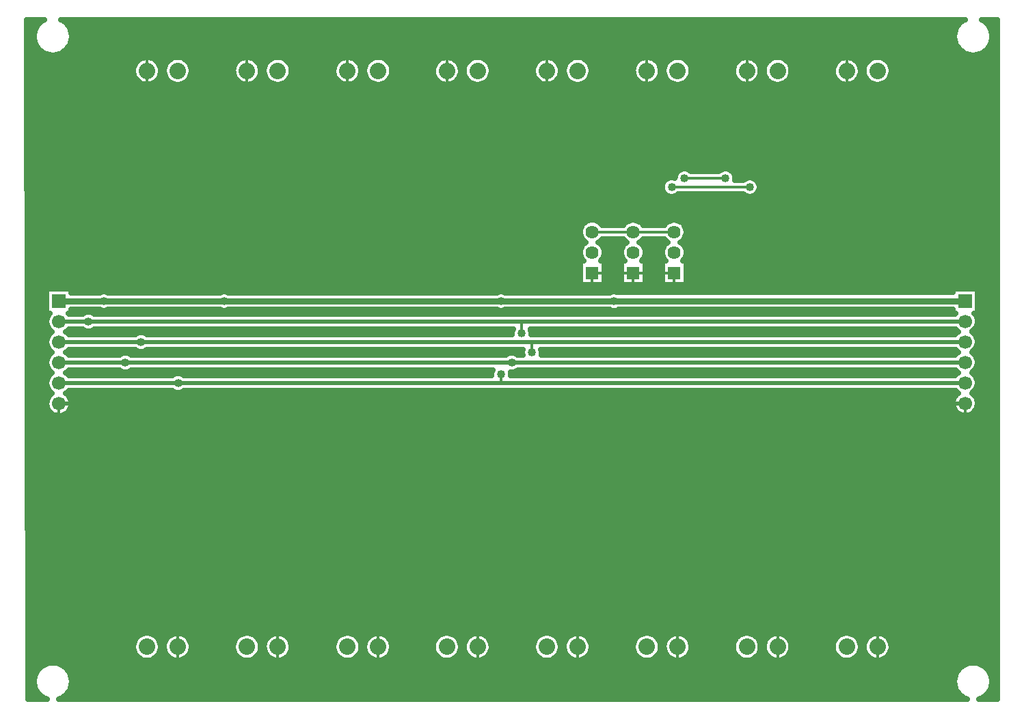
<source format=gbr>
G04 DipTrace 3.3.1.3*
G04 Bottom.gbr*
%MOIN*%
G04 #@! TF.FileFunction,Copper,L2,Bot*
G04 #@! TF.Part,Single*
G04 #@! TA.AperFunction,Conductor*
%ADD14C,0.02*%
G04 #@! TA.AperFunction,CopperBalancing*
%ADD15C,0.012992*%
G04 #@! TA.AperFunction,Conductor*
%ADD16C,0.03*%
G04 #@! TA.AperFunction,CopperBalancing*
%ADD17C,0.025*%
G04 #@! TA.AperFunction,ComponentPad*
%ADD19C,0.08*%
%ADD22R,0.06378X0.06378*%
%ADD23C,0.06378*%
%ADD25R,0.066929X0.066929*%
%ADD26C,0.066929*%
G04 #@! TA.AperFunction,ViaPad*
%ADD31C,0.04*%
%FSLAX26Y26*%
G04*
G70*
G90*
G75*
G01*
G04 Bottom*
%LPD*%
X581500Y1969000D2*
D14*
X1162749D1*
X2737749D1*
Y1970378D1*
X4999660D1*
X2737749Y2012749D2*
D15*
Y1970378D1*
X581500Y2369000D2*
D16*
X800249D1*
X1387554D1*
X2737749D1*
X3287751D1*
Y2370378D1*
X4999660D1*
X3181500Y2706500D2*
D15*
X3381500D1*
X3381520Y2706480D1*
X3581520D1*
X3569000Y2925249D2*
X3950249D1*
X3631500Y2969000D2*
X3831500D1*
X581500Y1869000D2*
D14*
X1087946D1*
X3287751D1*
Y1870378D1*
X4999660D1*
X3181500Y2506500D2*
D15*
X3381500D1*
X3381520Y2506480D1*
X3581520D1*
X581500Y2169000D2*
D14*
X981500D1*
X2887749D1*
Y2170378D1*
X4999660D1*
X2887749Y2119000D2*
D15*
Y2169000D1*
X581500Y2269000D2*
D14*
X725446D1*
X2837749D1*
Y2270378D1*
X4999660D1*
X2837749Y2212749D2*
D15*
Y2269000D1*
X581500Y2069000D2*
D14*
X904726D1*
X2789636D1*
Y2070378D1*
X4999660D1*
D31*
X1162749Y1969000D3*
X2737749Y2012749D3*
X3287751Y2369000D3*
X2737749D3*
X800249D3*
X1387554D3*
X3569000Y2925249D3*
X3950249D3*
X3631500Y2969000D3*
X3831500D3*
X3287751Y1869000D3*
D3*
X1087946D3*
X981500Y2169000D3*
X2887749Y2119000D3*
X725446Y2269000D3*
X2837749Y2212749D3*
X904726Y2069000D3*
X2789636D3*
X427804Y3719131D2*
D17*
X477887D1*
X625060D2*
X4966101D1*
X5113239D2*
X5153991D1*
X427877Y3694262D2*
X463605D1*
X639341D2*
X4951783D1*
X5127556D2*
X5153991D1*
X427912Y3669394D2*
X457936D1*
X645012D2*
X4946114D1*
X5133226D2*
X5153991D1*
X427948Y3644525D2*
X459227D1*
X643719D2*
X4947441D1*
X5131899D2*
X5153991D1*
X428020Y3619656D2*
X467875D1*
X635108D2*
X4956054D1*
X5123286D2*
X5153991D1*
X428055Y3594787D2*
X486786D1*
X616197D2*
X4974965D1*
X5104375D2*
X5153991D1*
X428092Y3569919D2*
X5153991D1*
X428163Y3545050D2*
X966630D1*
X1054665D2*
X1116625D1*
X1204661D2*
X1454115D1*
X1542152D2*
X1604112D1*
X1692148D2*
X1943684D1*
X2031791D2*
X2093680D1*
X2181787D2*
X2429089D1*
X2517161D2*
X2579085D1*
X2667193D2*
X2916576D1*
X3004684D2*
X3066572D1*
X3154680D2*
X3404098D1*
X3492171D2*
X3554094D1*
X3642167D2*
X3891585D1*
X3979693D2*
X4041581D1*
X4129689D2*
X4379072D1*
X4467180D2*
X4529104D1*
X4617176D2*
X5153991D1*
X428199Y3520181D2*
X947395D1*
X1073864D2*
X1097391D1*
X1223860D2*
X1434917D1*
X1561350D2*
X1584913D1*
X1711382D2*
X1924486D1*
X2050990D2*
X2074482D1*
X2200986D2*
X2409891D1*
X2536360D2*
X2559887D1*
X2686391D2*
X2897378D1*
X3023882D2*
X3047374D1*
X3173878D2*
X3384900D1*
X3511369D2*
X3534896D1*
X3661365D2*
X3872387D1*
X3998891D2*
X4022383D1*
X4148887D2*
X4359874D1*
X4486378D2*
X4509906D1*
X4636374D2*
X5153991D1*
X428235Y3495312D2*
X941690D1*
X1079605D2*
X1091686D1*
X1229601D2*
X1429176D1*
X1567092D2*
X1579203D1*
X1717088D2*
X1918781D1*
X2056696D2*
X2068776D1*
X2206692D2*
X2404186D1*
X2542101D2*
X2554181D1*
X2692097D2*
X2891672D1*
X3029588D2*
X3041668D1*
X3179583D2*
X3379196D1*
X3517073D2*
X3529190D1*
X3667106D2*
X3866681D1*
X4004597D2*
X4016677D1*
X4154593D2*
X4354168D1*
X4492083D2*
X4504164D1*
X4642079D2*
X5153991D1*
X428270Y3470444D2*
X945636D1*
X1075657D2*
X1095633D1*
X1225654D2*
X1433123D1*
X1563144D2*
X1583119D1*
X1713140D2*
X1922727D1*
X2052748D2*
X2072723D1*
X2202744D2*
X2408133D1*
X2538118D2*
X2558129D1*
X2688150D2*
X2895619D1*
X3025640D2*
X3045615D1*
X3175636D2*
X3383142D1*
X3513127D2*
X3533138D1*
X3663123D2*
X3870629D1*
X4000650D2*
X4020625D1*
X4150646D2*
X4358115D1*
X4488136D2*
X4508147D1*
X4638133D2*
X5153991D1*
X428343Y3445575D2*
X961642D1*
X1059617D2*
X1111638D1*
X1209613D2*
X1449129D1*
X1547140D2*
X1599160D1*
X1697135D2*
X1938768D1*
X2036707D2*
X2088764D1*
X2186703D2*
X2424173D1*
X2522113D2*
X2574169D1*
X2672109D2*
X2911660D1*
X3009600D2*
X3061656D1*
X3159596D2*
X3399182D1*
X3497087D2*
X3549178D1*
X3647118D2*
X3886669D1*
X3984609D2*
X4036665D1*
X4134605D2*
X4374156D1*
X4472096D2*
X4524152D1*
X4622092D2*
X5153991D1*
X428379Y3420706D2*
X5153991D1*
X428415Y3395837D2*
X5153991D1*
X428487Y3370969D2*
X5153991D1*
X428522Y3346100D2*
X5153991D1*
X428558Y3321231D2*
X5153991D1*
X428594Y3296362D2*
X5153991D1*
X428665Y3271493D2*
X5153991D1*
X428702Y3246625D2*
X5153991D1*
X428738Y3221756D2*
X5153991D1*
X428810Y3196887D2*
X5153991D1*
X428845Y3172018D2*
X5153991D1*
X428881Y3147150D2*
X5153991D1*
X428953Y3122281D2*
X5153991D1*
X428988Y3097412D2*
X5153991D1*
X429025Y3072543D2*
X5153991D1*
X429060Y3047675D2*
X5153991D1*
X429133Y3022806D2*
X5153991D1*
X429168Y2997937D2*
X3592598D1*
X3870390D2*
X5153991D1*
X429203Y2973068D2*
X3582694D1*
X3880329D2*
X5153991D1*
X429276Y2948199D2*
X3526070D1*
X3993185D2*
X5153991D1*
X429311Y2923331D2*
X3520041D1*
X3999214D2*
X5153991D1*
X429348Y2898462D2*
X3528509D1*
X3990745D2*
X5153991D1*
X429383Y2873593D2*
X5153991D1*
X429455Y2848724D2*
X5153991D1*
X429491Y2823856D2*
X5153991D1*
X429528Y2798987D2*
X5153991D1*
X429598Y2774118D2*
X5153991D1*
X429635Y2749249D2*
X3139238D1*
X3223757D2*
X3339291D1*
X3423776D2*
X3539274D1*
X3623757D2*
X5153991D1*
X429671Y2724381D2*
X3123412D1*
X3639583D2*
X5153991D1*
X429743Y2699512D2*
X3121045D1*
X3641987D2*
X5153991D1*
X429778Y2674643D2*
X3130087D1*
X3632944D2*
X5153991D1*
X429814Y2649774D2*
X3139811D1*
X3223182D2*
X3339866D1*
X3423201D2*
X3539849D1*
X3623184D2*
X5153991D1*
X429850Y2624906D2*
X3123592D1*
X3239403D2*
X3323610D1*
X3439421D2*
X3523629D1*
X3639403D2*
X5153991D1*
X429921Y2600037D2*
X3120972D1*
X3242022D2*
X3320991D1*
X3442041D2*
X3521009D1*
X3642059D2*
X5153991D1*
X429958Y2575168D2*
X3129728D1*
X3233266D2*
X3329747D1*
X3433285D2*
X3529730D1*
X3633303D2*
X5153991D1*
X429993Y2550299D2*
X3120613D1*
X3242381D2*
X3320633D1*
X3442399D2*
X3520651D1*
X3642417D2*
X5153991D1*
X430066Y2525430D2*
X3120613D1*
X3242381D2*
X3320633D1*
X3442399D2*
X3520651D1*
X3642417D2*
X5153991D1*
X430101Y2500562D2*
X3120613D1*
X3242381D2*
X3320633D1*
X3442399D2*
X3520651D1*
X3642417D2*
X5153991D1*
X430136Y2475693D2*
X3120613D1*
X3242381D2*
X3320633D1*
X3442399D2*
X3520651D1*
X3642417D2*
X5153991D1*
X430209Y2450824D2*
X3120613D1*
X3242381D2*
X3320633D1*
X3442399D2*
X3520651D1*
X3642417D2*
X5153991D1*
X430244Y2425955D2*
X519046D1*
X643971D2*
X4937214D1*
X5062104D2*
X5153991D1*
X430281Y2401087D2*
X519046D1*
X5062104D2*
X5153991D1*
X430316Y2376218D2*
X519046D1*
X5062104D2*
X5153991D1*
X430388Y2351349D2*
X519046D1*
X5062104D2*
X5153991D1*
X430424Y2326480D2*
X519046D1*
X643971D2*
X778955D1*
X821562D2*
X1366236D1*
X1408843D2*
X2716450D1*
X2759056D2*
X3266446D1*
X3309054D2*
X4937214D1*
X5062104D2*
X5153991D1*
X430459Y2301612D2*
X528698D1*
X5053348D2*
X5153991D1*
X430531Y2276743D2*
X519549D1*
X5061781D2*
X5153991D1*
X430567Y2251874D2*
X521558D1*
X5059197D2*
X5153991D1*
X430604Y2227005D2*
X536198D1*
X626782D2*
X702988D1*
X747891D2*
X2790982D1*
X2884508D2*
X4955766D1*
X5043551D2*
X5153991D1*
X430639Y2202136D2*
X529022D1*
X5053025D2*
X5153991D1*
X430711Y2177268D2*
X519619D1*
X5061709D2*
X5153991D1*
X430747Y2152399D2*
X521378D1*
X5059340D2*
X5153991D1*
X430783Y2127530D2*
X535696D1*
X627285D2*
X957982D1*
X1005001D2*
X2839533D1*
X2935966D2*
X4955228D1*
X5044089D2*
X5153991D1*
X430854Y2102661D2*
X529381D1*
X5052667D2*
X5153991D1*
X430891Y2077793D2*
X519692D1*
X5061673D2*
X5153991D1*
X430927Y2052924D2*
X521235D1*
X5059520D2*
X5153991D1*
X430999Y2028055D2*
X535194D1*
X627787D2*
X880184D1*
X929251D2*
X2691331D1*
X2814175D2*
X4954690D1*
X5044629D2*
X5153991D1*
X431034Y2003186D2*
X529739D1*
X5052343D2*
X5153991D1*
X431070Y1978318D2*
X519764D1*
X5061601D2*
X5153991D1*
X431106Y1953449D2*
X521092D1*
X5059664D2*
X5153991D1*
X431177Y1928580D2*
X534727D1*
X628290D2*
X1137294D1*
X1188226D2*
X4954188D1*
X5045130D2*
X5153991D1*
X431214Y1903711D2*
X530098D1*
X632883D2*
X4947333D1*
X5051984D2*
X5153991D1*
X431249Y1878843D2*
X519871D1*
X643146D2*
X4937789D1*
X5061529D2*
X5153991D1*
X431322Y1853974D2*
X520948D1*
X642033D2*
X4939475D1*
X5059843D2*
X5153991D1*
X431357Y1829105D2*
X534261D1*
X628756D2*
X4953685D1*
X5045633D2*
X5153991D1*
X431392Y1804236D2*
X5153991D1*
X431429Y1779367D2*
X5153991D1*
X431500Y1754499D2*
X5153991D1*
X431537Y1729630D2*
X5153991D1*
X431572Y1704761D2*
X5153991D1*
X431644Y1679892D2*
X5153991D1*
X431680Y1655024D2*
X5153991D1*
X431715Y1630155D2*
X5153991D1*
X431787Y1605286D2*
X5153991D1*
X431824Y1580417D2*
X5153991D1*
X431860Y1555549D2*
X5153991D1*
X431895Y1530680D2*
X5153991D1*
X431967Y1505811D2*
X5153991D1*
X432003Y1480942D2*
X5153991D1*
X432039Y1456073D2*
X5153991D1*
X432110Y1431205D2*
X5153991D1*
X432147Y1406336D2*
X5153991D1*
X432182Y1381467D2*
X5153991D1*
X432218Y1356598D2*
X5153991D1*
X432290Y1331730D2*
X5153991D1*
X432325Y1306861D2*
X5153991D1*
X432362Y1281992D2*
X5153991D1*
X432433Y1257123D2*
X5153991D1*
X432470Y1232255D2*
X5153991D1*
X432505Y1207386D2*
X5153991D1*
X432577Y1182517D2*
X5153991D1*
X432613Y1157648D2*
X5153991D1*
X432648Y1132780D2*
X5153991D1*
X432685Y1107911D2*
X5153991D1*
X432756Y1083042D2*
X5153991D1*
X432793Y1058173D2*
X5153991D1*
X432828Y1033304D2*
X5153991D1*
X432900Y1008436D2*
X5153991D1*
X432936Y983567D2*
X5153991D1*
X432972Y958698D2*
X5153991D1*
X433043Y933829D2*
X5153991D1*
X433080Y908961D2*
X5153991D1*
X433115Y884092D2*
X5153991D1*
X433151Y859223D2*
X5153991D1*
X433223Y834354D2*
X5153991D1*
X433259Y809486D2*
X5153991D1*
X433295Y784617D2*
X5153991D1*
X433366Y759748D2*
X5153991D1*
X433403Y734879D2*
X968495D1*
X1052727D2*
X1118491D1*
X1202723D2*
X1456018D1*
X1540251D2*
X1606013D1*
X1690245D2*
X1945622D1*
X2029854D2*
X2095618D1*
X2179850D2*
X2431028D1*
X2515260D2*
X2581024D1*
X2665256D2*
X2918478D1*
X3002745D2*
X3068509D1*
X3152741D2*
X3406000D1*
X3490269D2*
X3555996D1*
X3640265D2*
X3893487D1*
X3977719D2*
X4043483D1*
X4127751D2*
X4381009D1*
X4465241D2*
X4531005D1*
X4615238D2*
X5153991D1*
X433438Y710010D2*
X948041D1*
X1073181D2*
X1098037D1*
X1223177D2*
X1435564D1*
X1560705D2*
X1585560D1*
X1710699D2*
X1925168D1*
X2050308D2*
X2075164D1*
X2200304D2*
X2410573D1*
X2535677D2*
X2560570D1*
X2685709D2*
X2898060D1*
X3023164D2*
X3048055D1*
X3173160D2*
X3385583D1*
X3510686D2*
X3535579D1*
X3660682D2*
X3873070D1*
X3998173D2*
X4023064D1*
X4148169D2*
X4360592D1*
X4485696D2*
X4510588D1*
X4635692D2*
X5153991D1*
X433474Y685142D2*
X941726D1*
X1079497D2*
X1091722D1*
X1229493D2*
X1429248D1*
X1567020D2*
X1579270D1*
X1717016D2*
X1918852D1*
X2056623D2*
X2068848D1*
X2206619D2*
X2404257D1*
X2542029D2*
X2554253D1*
X2692025D2*
X2891709D1*
X3029516D2*
X3041740D1*
X3179512D2*
X3379231D1*
X3517038D2*
X3529227D1*
X3667034D2*
X3866718D1*
X4004490D2*
X4016714D1*
X4154521D2*
X4354240D1*
X4492012D2*
X4504236D1*
X4642008D2*
X5153991D1*
X433546Y660273D2*
X945098D1*
X1076125D2*
X1095094D1*
X1226119D2*
X1432621D1*
X1563647D2*
X1582617D1*
X1713643D2*
X1922226D1*
X2053251D2*
X2072220D1*
X2203247D2*
X2407631D1*
X2538656D2*
X2557626D1*
X2688652D2*
X2895081D1*
X3026143D2*
X3045077D1*
X3176138D2*
X3382604D1*
X3513665D2*
X3532600D1*
X3663661D2*
X3870091D1*
X4001115D2*
X4020087D1*
X4151148D2*
X4357613D1*
X4488638D2*
X4507609D1*
X4638671D2*
X5153991D1*
X433581Y635404D2*
X960171D1*
X1061052D2*
X1110167D1*
X1211049D2*
X1447693D1*
X1548575D2*
X1597689D1*
X1698571D2*
X1937297D1*
X2038178D2*
X2087293D1*
X2188175D2*
X2422702D1*
X2523584D2*
X2572698D1*
X2673580D2*
X2910189D1*
X3011071D2*
X3060185D1*
X3161067D2*
X3397711D1*
X3498558D2*
X3547707D1*
X3648589D2*
X3885161D1*
X3986045D2*
X4035157D1*
X4136041D2*
X4372685D1*
X4473567D2*
X4522680D1*
X4623563D2*
X5153991D1*
X433618Y610535D2*
X5153991D1*
X433689Y585667D2*
X494789D1*
X608194D2*
X4982967D1*
X5096373D2*
X5153991D1*
X433726Y560798D2*
X471678D1*
X631303D2*
X4959857D1*
X5119483D2*
X5153991D1*
X433761Y535929D2*
X460770D1*
X642177D2*
X4948949D1*
X5130391D2*
X5153991D1*
X433833Y511060D2*
X457612D1*
X645335D2*
X4945791D1*
X5133549D2*
X5153991D1*
X433869Y486192D2*
X461381D1*
X641602D2*
X4949559D1*
X5129781D2*
X5153991D1*
X433904Y461323D2*
X473007D1*
X629940D2*
X4961220D1*
X5118119D2*
X5153991D1*
X433941Y436454D2*
X497731D1*
X605217D2*
X4985945D1*
X5093395D2*
X5153991D1*
X1564601Y3491277D2*
X1563992Y3483957D1*
X1562580Y3476748D1*
X1560382Y3469740D1*
X1557424Y3463017D1*
X1553743Y3456660D1*
X1549382Y3450749D1*
X1544396Y3445354D1*
X1538846Y3440543D1*
X1532799Y3436374D1*
X1526329Y3432896D1*
X1519516Y3430154D1*
X1512441Y3428180D1*
X1505190Y3426997D1*
X1497856Y3426622D1*
X1490522Y3427059D1*
X1483283Y3428302D1*
X1476224Y3430335D1*
X1469434Y3433135D1*
X1462993Y3436667D1*
X1456982Y3440887D1*
X1451472Y3445744D1*
X1446531Y3451181D1*
X1442222Y3457129D1*
X1438593Y3463514D1*
X1435692Y3470262D1*
X1433552Y3477290D1*
X1432201Y3484509D1*
X1431654Y3491835D1*
X1431919Y3499176D1*
X1432991Y3506442D1*
X1434858Y3513546D1*
X1437499Y3520400D1*
X1440878Y3526923D1*
X1444957Y3533031D1*
X1449684Y3538654D1*
X1455003Y3543719D1*
X1460848Y3548168D1*
X1467147Y3551945D1*
X1473825Y3555004D1*
X1480801Y3557307D1*
X1487987Y3558828D1*
X1495297Y3559546D1*
X1502642Y3559453D1*
X1509932Y3558551D1*
X1517077Y3556850D1*
X1523992Y3554373D1*
X1530591Y3551147D1*
X1536794Y3547213D1*
X1542525Y3542618D1*
X1547714Y3537420D1*
X1552299Y3531681D1*
X1556222Y3525471D1*
X1559437Y3518866D1*
X1561903Y3511948D1*
X1563592Y3504799D1*
X1564480Y3497508D1*
X1564601Y3491277D1*
X1714421Y3487898D2*
X1712789Y3477592D1*
X1709564Y3467669D1*
X1704828Y3458373D1*
X1698694Y3449930D1*
X1691318Y3442554D1*
X1682875Y3436420D1*
X1673579Y3431684D1*
X1663656Y3428459D1*
X1653350Y3426827D1*
X1642917D1*
X1632612Y3428459D1*
X1622689Y3431684D1*
X1613392Y3436420D1*
X1604950Y3442554D1*
X1597573Y3449930D1*
X1591440Y3458373D1*
X1586703Y3467669D1*
X1583479Y3477592D1*
X1581846Y3487898D1*
Y3498331D1*
X1583479Y3508636D1*
X1586703Y3518559D1*
X1591440Y3527856D1*
X1597573Y3536298D1*
X1604950Y3543675D1*
X1613392Y3549808D1*
X1622689Y3554545D1*
X1632612Y3557769D1*
X1642917Y3559402D1*
X1653350D1*
X1663656Y3557769D1*
X1673579Y3554545D1*
X1682875Y3549808D1*
X1691318Y3543675D1*
X1698694Y3536298D1*
X1704828Y3527856D1*
X1709564Y3518559D1*
X1712789Y3508636D1*
X1714421Y3498331D1*
Y3487898D1*
X2054207Y3491297D2*
X2053598Y3483976D1*
X2052186Y3476768D1*
X2049988Y3469760D1*
X2047030Y3463037D1*
X2043349Y3456680D1*
X2038988Y3450769D1*
X2034003Y3445374D1*
X2028453Y3440563D1*
X2022406Y3436394D1*
X2015936Y3432916D1*
X2009122Y3430173D1*
X2002047Y3428199D1*
X1994797Y3427017D1*
X1987462Y3426642D1*
X1980129Y3427079D1*
X1972890Y3428322D1*
X1965831Y3430354D1*
X1959041Y3433155D1*
X1952600Y3436686D1*
X1946588Y3440907D1*
X1941079Y3445764D1*
X1936138Y3451201D1*
X1931828Y3457148D1*
X1928199Y3463534D1*
X1925298Y3470282D1*
X1923159Y3477310D1*
X1921807Y3484529D1*
X1921260Y3491854D1*
X1921525Y3499196D1*
X1922597Y3506462D1*
X1924465Y3513566D1*
X1927105Y3520420D1*
X1930484Y3526942D1*
X1934563Y3533051D1*
X1939290Y3538673D1*
X1944609Y3543739D1*
X1950454Y3548188D1*
X1956753Y3551965D1*
X1963432Y3555024D1*
X1970407Y3557327D1*
X1977593Y3558848D1*
X1984903Y3559566D1*
X1992248Y3559472D1*
X1999538Y3558571D1*
X2006684Y3556870D1*
X2013598Y3554392D1*
X2020197Y3551167D1*
X2026400Y3547232D1*
X2032131Y3542638D1*
X2037320Y3537440D1*
X2041906Y3531701D1*
X2045828Y3525491D1*
X2049043Y3518886D1*
X2051509Y3511967D1*
X2053198Y3504819D1*
X2054087Y3497528D1*
X2054207Y3491297D1*
X2204028Y3487917D2*
X2202395Y3477612D1*
X2199171Y3467689D1*
X2194434Y3458392D1*
X2188301Y3449950D1*
X2180924Y3442573D1*
X2172482Y3436440D1*
X2163185Y3431703D1*
X2153262Y3428479D1*
X2142957Y3426846D1*
X2132524D1*
X2122218Y3428479D1*
X2112295Y3431703D1*
X2102999Y3436440D1*
X2094556Y3442573D1*
X2087180Y3449950D1*
X2081046Y3458392D1*
X2076310Y3467689D1*
X2073085Y3477612D1*
X2071453Y3487917D1*
Y3498350D1*
X2073085Y3508656D1*
X2076310Y3518579D1*
X2081046Y3527875D1*
X2087180Y3536318D1*
X2094556Y3543694D1*
X2102999Y3549828D1*
X2112295Y3554564D1*
X2122218Y3557789D1*
X2132524Y3559421D1*
X2142957D1*
X2153262Y3557789D1*
X2163185Y3554564D1*
X2172482Y3549828D1*
X2180924Y3543694D1*
X2188301Y3536318D1*
X2194434Y3527875D1*
X2199171Y3518579D1*
X2202395Y3508656D1*
X2204028Y3498350D1*
Y3487917D1*
X2539601Y3491297D2*
X2538992Y3483976D1*
X2537580Y3476768D1*
X2535382Y3469760D1*
X2532424Y3463037D1*
X2528743Y3456680D1*
X2524382Y3450769D1*
X2519396Y3445374D1*
X2513846Y3440563D1*
X2507799Y3436394D1*
X2501329Y3432916D1*
X2494516Y3430173D1*
X2487441Y3428199D1*
X2480190Y3427017D1*
X2472856Y3426642D1*
X2465522Y3427079D1*
X2458283Y3428322D1*
X2451224Y3430354D1*
X2444434Y3433155D1*
X2437993Y3436686D1*
X2431982Y3440907D1*
X2426472Y3445764D1*
X2421531Y3451201D1*
X2417222Y3457148D1*
X2413593Y3463534D1*
X2410692Y3470282D1*
X2408552Y3477310D1*
X2407201Y3484529D1*
X2406654Y3491854D1*
X2406919Y3499196D1*
X2407991Y3506462D1*
X2409858Y3513566D1*
X2412499Y3520420D1*
X2415878Y3526942D1*
X2419957Y3533051D1*
X2424684Y3538673D1*
X2430003Y3543739D1*
X2435848Y3548188D1*
X2442147Y3551965D1*
X2448825Y3555024D1*
X2455801Y3557327D1*
X2462987Y3558848D1*
X2470297Y3559566D1*
X2477642Y3559472D1*
X2484932Y3558571D1*
X2492077Y3556870D1*
X2498992Y3554392D1*
X2505591Y3551167D1*
X2511794Y3547232D1*
X2517525Y3542638D1*
X2522714Y3537440D1*
X2527299Y3531701D1*
X2531222Y3525491D1*
X2534437Y3518886D1*
X2536903Y3511967D1*
X2538592Y3504819D1*
X2539480Y3497528D1*
X2539601Y3491297D1*
X2689421Y3487917D2*
X2687789Y3477612D1*
X2684564Y3467689D1*
X2679828Y3458392D1*
X2673694Y3449950D1*
X2666318Y3442573D1*
X2657875Y3436440D1*
X2648579Y3431703D1*
X2638656Y3428479D1*
X2628350Y3426846D1*
X2617917D1*
X2607612Y3428479D1*
X2597689Y3431703D1*
X2588392Y3436440D1*
X2579950Y3442573D1*
X2572573Y3449950D1*
X2566440Y3458392D1*
X2561703Y3467689D1*
X2558479Y3477612D1*
X2556846Y3487917D1*
Y3498350D1*
X2558479Y3508656D1*
X2561703Y3518579D1*
X2566440Y3527875D1*
X2572573Y3536318D1*
X2579950Y3543694D1*
X2588392Y3549828D1*
X2597689Y3554564D1*
X2607612Y3557789D1*
X2617917Y3559421D1*
X2628350D1*
X2638656Y3557789D1*
X2648579Y3554564D1*
X2657875Y3549828D1*
X2666318Y3543694D1*
X2673694Y3536318D1*
X2679828Y3527875D1*
X2684564Y3518579D1*
X2687789Y3508656D1*
X2689421Y3498350D1*
Y3487917D1*
X3027101Y3491297D2*
X3026492Y3483976D1*
X3025080Y3476768D1*
X3022882Y3469760D1*
X3019924Y3463037D1*
X3016243Y3456680D1*
X3011882Y3450769D1*
X3006896Y3445374D1*
X3001346Y3440563D1*
X2995299Y3436394D1*
X2988829Y3432916D1*
X2982016Y3430173D1*
X2974941Y3428199D1*
X2967690Y3427017D1*
X2960356Y3426642D1*
X2953022Y3427079D1*
X2945783Y3428322D1*
X2938724Y3430354D1*
X2931934Y3433155D1*
X2925493Y3436686D1*
X2919482Y3440907D1*
X2913972Y3445764D1*
X2909031Y3451201D1*
X2904722Y3457148D1*
X2901093Y3463534D1*
X2898192Y3470282D1*
X2896052Y3477310D1*
X2894701Y3484529D1*
X2894154Y3491854D1*
X2894419Y3499196D1*
X2895491Y3506462D1*
X2897358Y3513566D1*
X2899999Y3520420D1*
X2903378Y3526942D1*
X2907457Y3533051D1*
X2912184Y3538673D1*
X2917503Y3543739D1*
X2923348Y3548188D1*
X2929647Y3551965D1*
X2936325Y3555024D1*
X2943301Y3557327D1*
X2950487Y3558848D1*
X2957797Y3559566D1*
X2965142Y3559472D1*
X2972432Y3558571D1*
X2979577Y3556870D1*
X2986492Y3554392D1*
X2993091Y3551167D1*
X2999294Y3547232D1*
X3005025Y3542638D1*
X3010214Y3537440D1*
X3014799Y3531701D1*
X3018722Y3525491D1*
X3021937Y3518886D1*
X3024403Y3511967D1*
X3026092Y3504819D1*
X3026980Y3497528D1*
X3027101Y3491297D1*
X3176921Y3487917D2*
X3175289Y3477612D1*
X3172064Y3467689D1*
X3167328Y3458392D1*
X3161194Y3449950D1*
X3153818Y3442573D1*
X3145375Y3436440D1*
X3136079Y3431703D1*
X3126156Y3428479D1*
X3115850Y3426846D1*
X3105417D1*
X3095112Y3428479D1*
X3085189Y3431703D1*
X3075892Y3436440D1*
X3067450Y3442573D1*
X3060073Y3449950D1*
X3053940Y3458392D1*
X3049203Y3467689D1*
X3045979Y3477612D1*
X3044346Y3487917D1*
Y3498350D1*
X3045979Y3508656D1*
X3049203Y3518579D1*
X3053940Y3527875D1*
X3060073Y3536318D1*
X3067450Y3543694D1*
X3075892Y3549828D1*
X3085189Y3554564D1*
X3095112Y3557789D1*
X3105417Y3559421D1*
X3115850D1*
X3126156Y3557789D1*
X3136079Y3554564D1*
X3145375Y3549828D1*
X3153818Y3543694D1*
X3161194Y3536318D1*
X3167328Y3527875D1*
X3172064Y3518579D1*
X3175289Y3508656D1*
X3176921Y3498350D1*
Y3487917D1*
X3514601Y3491297D2*
X3513992Y3483976D1*
X3512580Y3476768D1*
X3510382Y3469760D1*
X3507424Y3463037D1*
X3503743Y3456680D1*
X3499382Y3450769D1*
X3494396Y3445374D1*
X3488846Y3440563D1*
X3482799Y3436394D1*
X3476329Y3432916D1*
X3469516Y3430173D1*
X3462441Y3428199D1*
X3455190Y3427017D1*
X3447856Y3426642D1*
X3440522Y3427079D1*
X3433283Y3428322D1*
X3426224Y3430354D1*
X3419434Y3433155D1*
X3412993Y3436686D1*
X3406982Y3440907D1*
X3401472Y3445764D1*
X3396531Y3451201D1*
X3392222Y3457148D1*
X3388593Y3463534D1*
X3385692Y3470282D1*
X3383552Y3477310D1*
X3382201Y3484529D1*
X3381654Y3491854D1*
X3381919Y3499196D1*
X3382991Y3506462D1*
X3384858Y3513566D1*
X3387499Y3520420D1*
X3390878Y3526942D1*
X3394957Y3533051D1*
X3399684Y3538673D1*
X3405003Y3543739D1*
X3410848Y3548188D1*
X3417147Y3551965D1*
X3423825Y3555024D1*
X3430801Y3557327D1*
X3437987Y3558848D1*
X3445297Y3559566D1*
X3452642Y3559472D1*
X3459932Y3558571D1*
X3467077Y3556870D1*
X3473992Y3554392D1*
X3480591Y3551167D1*
X3486794Y3547232D1*
X3492525Y3542638D1*
X3497714Y3537440D1*
X3502299Y3531701D1*
X3506222Y3525491D1*
X3509437Y3518886D1*
X3511903Y3511967D1*
X3513592Y3504819D1*
X3514480Y3497528D1*
X3514601Y3491297D1*
X3664421Y3487917D2*
X3662789Y3477612D1*
X3659564Y3467689D1*
X3654828Y3458392D1*
X3648694Y3449950D1*
X3641318Y3442573D1*
X3632875Y3436440D1*
X3623579Y3431703D1*
X3613656Y3428479D1*
X3603350Y3426846D1*
X3592917D1*
X3582612Y3428479D1*
X3572689Y3431703D1*
X3563392Y3436440D1*
X3554950Y3442573D1*
X3547573Y3449950D1*
X3541440Y3458392D1*
X3536703Y3467689D1*
X3533479Y3477612D1*
X3531846Y3487917D1*
Y3498350D1*
X3533479Y3508656D1*
X3536703Y3518579D1*
X3541440Y3527875D1*
X3547573Y3536318D1*
X3554950Y3543694D1*
X3563392Y3549828D1*
X3572689Y3554564D1*
X3582612Y3557789D1*
X3592917Y3559421D1*
X3603350D1*
X3613656Y3557789D1*
X3623579Y3554564D1*
X3632875Y3549828D1*
X3641318Y3543694D1*
X3648694Y3536318D1*
X3654828Y3527875D1*
X3659564Y3518579D1*
X3662789Y3508656D1*
X3664421Y3498350D1*
Y3487917D1*
X4002101Y3491297D2*
X4001492Y3483976D1*
X4000080Y3476768D1*
X3997882Y3469760D1*
X3994924Y3463037D1*
X3991243Y3456680D1*
X3986882Y3450769D1*
X3981896Y3445374D1*
X3976346Y3440563D1*
X3970299Y3436394D1*
X3963829Y3432916D1*
X3957016Y3430173D1*
X3949941Y3428199D1*
X3942690Y3427017D1*
X3935356Y3426642D1*
X3928022Y3427079D1*
X3920783Y3428322D1*
X3913724Y3430354D1*
X3906934Y3433155D1*
X3900493Y3436686D1*
X3894482Y3440907D1*
X3888972Y3445764D1*
X3884031Y3451201D1*
X3879722Y3457148D1*
X3876093Y3463534D1*
X3873192Y3470282D1*
X3871052Y3477310D1*
X3869701Y3484529D1*
X3869154Y3491854D1*
X3869419Y3499196D1*
X3870491Y3506462D1*
X3872358Y3513566D1*
X3874999Y3520420D1*
X3878378Y3526942D1*
X3882457Y3533051D1*
X3887184Y3538673D1*
X3892503Y3543739D1*
X3898348Y3548188D1*
X3904647Y3551965D1*
X3911325Y3555024D1*
X3918301Y3557327D1*
X3925487Y3558848D1*
X3932797Y3559566D1*
X3940142Y3559472D1*
X3947432Y3558571D1*
X3954577Y3556870D1*
X3961492Y3554392D1*
X3968091Y3551167D1*
X3974294Y3547232D1*
X3980025Y3542638D1*
X3985214Y3537440D1*
X3989799Y3531701D1*
X3993722Y3525491D1*
X3996937Y3518886D1*
X3999403Y3511967D1*
X4001092Y3504819D1*
X4001980Y3497528D1*
X4002101Y3491297D1*
X4151921Y3487917D2*
X4150289Y3477612D1*
X4147064Y3467689D1*
X4142328Y3458392D1*
X4136194Y3449950D1*
X4128818Y3442573D1*
X4120375Y3436440D1*
X4111079Y3431703D1*
X4101156Y3428479D1*
X4090850Y3426846D1*
X4080417D1*
X4070112Y3428479D1*
X4060189Y3431703D1*
X4050892Y3436440D1*
X4042450Y3442573D1*
X4035073Y3449950D1*
X4028940Y3458392D1*
X4024203Y3467689D1*
X4020979Y3477612D1*
X4019346Y3487917D1*
Y3498350D1*
X4020979Y3508656D1*
X4024203Y3518579D1*
X4028940Y3527875D1*
X4035073Y3536318D1*
X4042450Y3543694D1*
X4050892Y3549828D1*
X4060189Y3554564D1*
X4070112Y3557789D1*
X4080417Y3559421D1*
X4090850D1*
X4101156Y3557789D1*
X4111079Y3554564D1*
X4120375Y3549828D1*
X4128818Y3543694D1*
X4136194Y3536318D1*
X4142328Y3527875D1*
X4147064Y3518579D1*
X4150289Y3508656D1*
X4151921Y3498350D1*
Y3487917D1*
X4489601Y3491297D2*
X4488992Y3483976D1*
X4487580Y3476768D1*
X4485382Y3469760D1*
X4482424Y3463037D1*
X4478743Y3456680D1*
X4474382Y3450769D1*
X4469396Y3445374D1*
X4463846Y3440563D1*
X4457799Y3436394D1*
X4451329Y3432916D1*
X4444516Y3430173D1*
X4437441Y3428199D1*
X4430190Y3427017D1*
X4422856Y3426642D1*
X4415522Y3427079D1*
X4408283Y3428322D1*
X4401224Y3430354D1*
X4394434Y3433155D1*
X4387993Y3436686D1*
X4381982Y3440907D1*
X4376472Y3445764D1*
X4371531Y3451201D1*
X4367222Y3457148D1*
X4363593Y3463534D1*
X4360692Y3470282D1*
X4358552Y3477310D1*
X4357201Y3484529D1*
X4356654Y3491854D1*
X4356919Y3499196D1*
X4357991Y3506462D1*
X4359858Y3513566D1*
X4362499Y3520420D1*
X4365878Y3526942D1*
X4369957Y3533051D1*
X4374684Y3538673D1*
X4380003Y3543739D1*
X4385848Y3548188D1*
X4392147Y3551965D1*
X4398825Y3555024D1*
X4405801Y3557327D1*
X4412987Y3558848D1*
X4420297Y3559566D1*
X4427642Y3559472D1*
X4434932Y3558571D1*
X4442077Y3556870D1*
X4448992Y3554392D1*
X4455591Y3551167D1*
X4461794Y3547232D1*
X4467525Y3542638D1*
X4472714Y3537440D1*
X4477299Y3531701D1*
X4481222Y3525491D1*
X4484437Y3518886D1*
X4486903Y3511967D1*
X4488592Y3504819D1*
X4489480Y3497528D1*
X4489601Y3491297D1*
X4639421Y3487917D2*
X4637789Y3477612D1*
X4634564Y3467689D1*
X4629828Y3458392D1*
X4623694Y3449950D1*
X4616318Y3442573D1*
X4607875Y3436440D1*
X4598579Y3431703D1*
X4588656Y3428479D1*
X4578350Y3426846D1*
X4567917D1*
X4557612Y3428479D1*
X4547689Y3431703D1*
X4538392Y3436440D1*
X4529950Y3442573D1*
X4522573Y3449950D1*
X4516440Y3458392D1*
X4511703Y3467689D1*
X4508479Y3477612D1*
X4506846Y3487917D1*
Y3498350D1*
X4508479Y3508656D1*
X4511703Y3518579D1*
X4516440Y3527875D1*
X4522573Y3536318D1*
X4529950Y3543694D1*
X4538392Y3549828D1*
X4547689Y3554564D1*
X4557612Y3557789D1*
X4567917Y3559421D1*
X4578350D1*
X4588656Y3557789D1*
X4598579Y3554564D1*
X4607875Y3549828D1*
X4616318Y3543694D1*
X4623694Y3536318D1*
X4629828Y3527875D1*
X4634564Y3518579D1*
X4637789Y3508656D1*
X4639421Y3498350D1*
Y3487917D1*
X1227081Y679643D2*
X1226472Y672323D1*
X1225060Y665114D1*
X1222862Y658106D1*
X1219904Y651383D1*
X1216223Y645026D1*
X1211862Y639115D1*
X1206877Y633720D1*
X1201327Y628909D1*
X1195280Y624740D1*
X1188810Y621262D1*
X1181996Y618520D1*
X1174921Y616546D1*
X1167671Y615364D1*
X1160336Y614988D1*
X1153003Y615425D1*
X1145764Y616668D1*
X1138705Y618701D1*
X1131915Y621501D1*
X1125474Y625033D1*
X1119462Y629253D1*
X1113953Y634110D1*
X1109012Y639547D1*
X1104702Y645495D1*
X1101073Y651881D1*
X1098172Y658629D1*
X1096033Y665656D1*
X1094681Y672875D1*
X1094134Y680201D1*
X1094399Y687542D1*
X1095471Y694808D1*
X1097339Y701912D1*
X1099979Y708766D1*
X1103358Y715289D1*
X1107437Y721398D1*
X1112164Y727020D1*
X1117483Y732085D1*
X1123328Y736534D1*
X1129627Y740311D1*
X1136306Y743370D1*
X1143281Y745673D1*
X1150467Y747194D1*
X1157777Y747912D1*
X1165122Y747819D1*
X1172412Y746917D1*
X1179558Y745217D1*
X1186472Y742739D1*
X1193071Y739513D1*
X1199274Y735579D1*
X1205005Y730984D1*
X1210194Y725786D1*
X1214780Y720047D1*
X1218702Y713837D1*
X1221917Y707232D1*
X1224383Y700314D1*
X1226072Y693165D1*
X1226961Y685874D1*
X1227081Y679643D1*
X1076902Y676264D2*
X1075269Y665958D1*
X1072045Y656035D1*
X1067308Y646739D1*
X1061175Y638297D1*
X1053798Y630920D1*
X1045356Y624786D1*
X1036059Y620050D1*
X1026136Y616825D1*
X1015831Y615193D1*
X1005398D1*
X995092Y616825D1*
X985169Y620050D1*
X975873Y624786D1*
X967430Y630920D1*
X960054Y638297D1*
X953920Y646739D1*
X949184Y656035D1*
X945959Y665958D1*
X944327Y676264D1*
Y686697D1*
X945959Y697003D1*
X949184Y706925D1*
X953920Y716222D1*
X960054Y724664D1*
X967430Y732041D1*
X975873Y738175D1*
X985169Y742911D1*
X995092Y746135D1*
X1005398Y747768D1*
X1015831D1*
X1026136Y746135D1*
X1036059Y742911D1*
X1045356Y738175D1*
X1053798Y732041D1*
X1061175Y724664D1*
X1067308Y716222D1*
X1072045Y706925D1*
X1075269Y697003D1*
X1076902Y686697D1*
Y676264D1*
X1714601Y679643D2*
X1713992Y672323D1*
X1712580Y665114D1*
X1710382Y658106D1*
X1707424Y651383D1*
X1703743Y645026D1*
X1699382Y639115D1*
X1694396Y633720D1*
X1688846Y628909D1*
X1682799Y624740D1*
X1676329Y621262D1*
X1669516Y618520D1*
X1662441Y616546D1*
X1655190Y615364D1*
X1647856Y614988D1*
X1640522Y615425D1*
X1633283Y616668D1*
X1626224Y618701D1*
X1619434Y621501D1*
X1612993Y625033D1*
X1606982Y629253D1*
X1601472Y634110D1*
X1596531Y639547D1*
X1592222Y645495D1*
X1588593Y651881D1*
X1585692Y658629D1*
X1583552Y665656D1*
X1582201Y672875D1*
X1581654Y680201D1*
X1581919Y687542D1*
X1582991Y694808D1*
X1584858Y701912D1*
X1587499Y708766D1*
X1590878Y715289D1*
X1594957Y721398D1*
X1599684Y727020D1*
X1605003Y732085D1*
X1610848Y736534D1*
X1617147Y740311D1*
X1623825Y743370D1*
X1630801Y745673D1*
X1637987Y747194D1*
X1645297Y747912D1*
X1652642Y747819D1*
X1659932Y746917D1*
X1667077Y745217D1*
X1673992Y742739D1*
X1680591Y739513D1*
X1686794Y735579D1*
X1692525Y730984D1*
X1697714Y725786D1*
X1702299Y720047D1*
X1706222Y713837D1*
X1709437Y707232D1*
X1711903Y700314D1*
X1713592Y693165D1*
X1714480Y685874D1*
X1714601Y679643D1*
X1564421Y676264D2*
X1562789Y665958D1*
X1559564Y656035D1*
X1554828Y646739D1*
X1548694Y638297D1*
X1541318Y630920D1*
X1532875Y624786D1*
X1523579Y620050D1*
X1513656Y616825D1*
X1503350Y615193D1*
X1492917D1*
X1482612Y616825D1*
X1472689Y620050D1*
X1463392Y624786D1*
X1454950Y630920D1*
X1447573Y638297D1*
X1441440Y646739D1*
X1436703Y656035D1*
X1433479Y665958D1*
X1431846Y676264D1*
Y686697D1*
X1433479Y697003D1*
X1436703Y706925D1*
X1441440Y716222D1*
X1447573Y724664D1*
X1454950Y732041D1*
X1463392Y738175D1*
X1472689Y742911D1*
X1482612Y746135D1*
X1492917Y747768D1*
X1503350D1*
X1513656Y746135D1*
X1523579Y742911D1*
X1532875Y738175D1*
X1541318Y732041D1*
X1548694Y724664D1*
X1554828Y716222D1*
X1559564Y706925D1*
X1562789Y697003D1*
X1564421Y686697D1*
Y676264D1*
X2204207Y679643D2*
X2203598Y672323D1*
X2202186Y665114D1*
X2199988Y658106D1*
X2197030Y651383D1*
X2193349Y645026D1*
X2188988Y639115D1*
X2184003Y633720D1*
X2178453Y628909D1*
X2172406Y624740D1*
X2165936Y621262D1*
X2159122Y618520D1*
X2152047Y616546D1*
X2144797Y615364D1*
X2137462Y614988D1*
X2130129Y615425D1*
X2122890Y616668D1*
X2115831Y618701D1*
X2109041Y621501D1*
X2102600Y625033D1*
X2096588Y629253D1*
X2091079Y634110D1*
X2086138Y639547D1*
X2081828Y645495D1*
X2078199Y651881D1*
X2075298Y658629D1*
X2073159Y665656D1*
X2071807Y672875D1*
X2071260Y680201D1*
X2071525Y687542D1*
X2072597Y694808D1*
X2074465Y701912D1*
X2077105Y708766D1*
X2080484Y715289D1*
X2084563Y721398D1*
X2089290Y727020D1*
X2094609Y732085D1*
X2100454Y736534D1*
X2106753Y740311D1*
X2113432Y743370D1*
X2120407Y745673D1*
X2127593Y747194D1*
X2134903Y747912D1*
X2142248Y747819D1*
X2149538Y746917D1*
X2156684Y745217D1*
X2163598Y742739D1*
X2170197Y739513D1*
X2176400Y735579D1*
X2182131Y730984D1*
X2187320Y725786D1*
X2191906Y720047D1*
X2195828Y713837D1*
X2199043Y707232D1*
X2201509Y700314D1*
X2203198Y693165D1*
X2204087Y685874D1*
X2204207Y679643D1*
X2054028Y676264D2*
X2052395Y665958D1*
X2049171Y656035D1*
X2044434Y646739D1*
X2038301Y638297D1*
X2030924Y630920D1*
X2022482Y624786D1*
X2013185Y620050D1*
X2003262Y616825D1*
X1992957Y615193D1*
X1982524D1*
X1972218Y616825D1*
X1962295Y620050D1*
X1952999Y624786D1*
X1944556Y630920D1*
X1937180Y638297D1*
X1931046Y646739D1*
X1926310Y656035D1*
X1923085Y665958D1*
X1921453Y676264D1*
Y686697D1*
X1923085Y697003D1*
X1926310Y706925D1*
X1931046Y716222D1*
X1937180Y724664D1*
X1944556Y732041D1*
X1952999Y738175D1*
X1962295Y742911D1*
X1972218Y746135D1*
X1982524Y747768D1*
X1992957D1*
X2003262Y746135D1*
X2013185Y742911D1*
X2022482Y738175D1*
X2030924Y732041D1*
X2038301Y724664D1*
X2044434Y716222D1*
X2049171Y706925D1*
X2052395Y697003D1*
X2054028Y686697D1*
Y676264D1*
X2689601Y679643D2*
X2688992Y672323D1*
X2687580Y665114D1*
X2685382Y658106D1*
X2682424Y651383D1*
X2678743Y645026D1*
X2674382Y639115D1*
X2669396Y633720D1*
X2663846Y628909D1*
X2657799Y624740D1*
X2651329Y621262D1*
X2644516Y618520D1*
X2637441Y616546D1*
X2630190Y615364D1*
X2622856Y614988D1*
X2615522Y615425D1*
X2608283Y616668D1*
X2601224Y618701D1*
X2594434Y621501D1*
X2587993Y625033D1*
X2581982Y629253D1*
X2576472Y634110D1*
X2571531Y639547D1*
X2567222Y645495D1*
X2563593Y651881D1*
X2560692Y658629D1*
X2558552Y665656D1*
X2557201Y672875D1*
X2556654Y680201D1*
X2556919Y687542D1*
X2557991Y694808D1*
X2559858Y701912D1*
X2562499Y708766D1*
X2565878Y715289D1*
X2569957Y721398D1*
X2574684Y727020D1*
X2580003Y732085D1*
X2585848Y736534D1*
X2592147Y740311D1*
X2598825Y743370D1*
X2605801Y745673D1*
X2612987Y747194D1*
X2620297Y747912D1*
X2627642Y747819D1*
X2634932Y746917D1*
X2642077Y745217D1*
X2648992Y742739D1*
X2655591Y739513D1*
X2661794Y735579D1*
X2667525Y730984D1*
X2672714Y725786D1*
X2677299Y720047D1*
X2681222Y713837D1*
X2684437Y707232D1*
X2686903Y700314D1*
X2688592Y693165D1*
X2689480Y685874D1*
X2689601Y679643D1*
X2539421Y676264D2*
X2537789Y665958D1*
X2534564Y656035D1*
X2529828Y646739D1*
X2523694Y638297D1*
X2516318Y630920D1*
X2507875Y624786D1*
X2498579Y620050D1*
X2488656Y616825D1*
X2478350Y615193D1*
X2467917D1*
X2457612Y616825D1*
X2447689Y620050D1*
X2438392Y624786D1*
X2429950Y630920D1*
X2422573Y638297D1*
X2416440Y646739D1*
X2411703Y656035D1*
X2408479Y665958D1*
X2406846Y676264D1*
Y686697D1*
X2408479Y697003D1*
X2411703Y706925D1*
X2416440Y716222D1*
X2422573Y724664D1*
X2429950Y732041D1*
X2438392Y738175D1*
X2447689Y742911D1*
X2457612Y746135D1*
X2467917Y747768D1*
X2478350D1*
X2488656Y746135D1*
X2498579Y742911D1*
X2507875Y738175D1*
X2516318Y732041D1*
X2523694Y724664D1*
X2529828Y716222D1*
X2534564Y706925D1*
X2537789Y697003D1*
X2539421Y686697D1*
Y676264D1*
X3177081Y679643D2*
X3176472Y672323D1*
X3175060Y665114D1*
X3172862Y658106D1*
X3169904Y651383D1*
X3166223Y645026D1*
X3161862Y639115D1*
X3156877Y633720D1*
X3151327Y628909D1*
X3145280Y624740D1*
X3138810Y621262D1*
X3131996Y618520D1*
X3124921Y616546D1*
X3117671Y615364D1*
X3110336Y614988D1*
X3103003Y615425D1*
X3095764Y616668D1*
X3088705Y618701D1*
X3081915Y621501D1*
X3075474Y625033D1*
X3069462Y629253D1*
X3063953Y634110D1*
X3059012Y639547D1*
X3054702Y645495D1*
X3051073Y651881D1*
X3048172Y658629D1*
X3046033Y665656D1*
X3044681Y672875D1*
X3044134Y680201D1*
X3044399Y687542D1*
X3045471Y694808D1*
X3047339Y701912D1*
X3049979Y708766D1*
X3053358Y715289D1*
X3057437Y721398D1*
X3062164Y727020D1*
X3067483Y732085D1*
X3073328Y736534D1*
X3079627Y740311D1*
X3086306Y743370D1*
X3093281Y745673D1*
X3100467Y747194D1*
X3107777Y747912D1*
X3115122Y747819D1*
X3122412Y746917D1*
X3129558Y745217D1*
X3136472Y742739D1*
X3143071Y739513D1*
X3149274Y735579D1*
X3155005Y730984D1*
X3160194Y725786D1*
X3164780Y720047D1*
X3168702Y713837D1*
X3171917Y707232D1*
X3174383Y700314D1*
X3176072Y693165D1*
X3176961Y685874D1*
X3177081Y679643D1*
X3026902Y676264D2*
X3025269Y665958D1*
X3022045Y656035D1*
X3017308Y646739D1*
X3011175Y638297D1*
X3003798Y630920D1*
X2995356Y624786D1*
X2986059Y620050D1*
X2976136Y616825D1*
X2965831Y615193D1*
X2955398D1*
X2945092Y616825D1*
X2935169Y620050D1*
X2925873Y624786D1*
X2917430Y630920D1*
X2910054Y638297D1*
X2903920Y646739D1*
X2899184Y656035D1*
X2895959Y665958D1*
X2894327Y676264D1*
Y686697D1*
X2895959Y697003D1*
X2899184Y706925D1*
X2903920Y716222D1*
X2910054Y724664D1*
X2917430Y732041D1*
X2925873Y738175D1*
X2935169Y742911D1*
X2945092Y746135D1*
X2955398Y747768D1*
X2965831D1*
X2976136Y746135D1*
X2986059Y742911D1*
X2995356Y738175D1*
X3003798Y732041D1*
X3011175Y724664D1*
X3017308Y716222D1*
X3022045Y706925D1*
X3025269Y697003D1*
X3026902Y686697D1*
Y676264D1*
X3664601Y679643D2*
X3663992Y672323D1*
X3662580Y665114D1*
X3660382Y658106D1*
X3657424Y651383D1*
X3653743Y645026D1*
X3649382Y639115D1*
X3644396Y633720D1*
X3638846Y628909D1*
X3632799Y624740D1*
X3626329Y621262D1*
X3619516Y618520D1*
X3612441Y616546D1*
X3605190Y615364D1*
X3597856Y614988D1*
X3590522Y615425D1*
X3583283Y616668D1*
X3576224Y618701D1*
X3569434Y621501D1*
X3562993Y625033D1*
X3556982Y629253D1*
X3551472Y634110D1*
X3546531Y639547D1*
X3542222Y645495D1*
X3538593Y651881D1*
X3535692Y658629D1*
X3533552Y665656D1*
X3532201Y672875D1*
X3531654Y680201D1*
X3531919Y687542D1*
X3532991Y694808D1*
X3534858Y701912D1*
X3537499Y708766D1*
X3540878Y715289D1*
X3544957Y721398D1*
X3549684Y727020D1*
X3555003Y732085D1*
X3560848Y736534D1*
X3567147Y740311D1*
X3573825Y743370D1*
X3580801Y745673D1*
X3587987Y747194D1*
X3595297Y747912D1*
X3602642Y747819D1*
X3609932Y746917D1*
X3617077Y745217D1*
X3623992Y742739D1*
X3630591Y739513D1*
X3636794Y735579D1*
X3642525Y730984D1*
X3647714Y725786D1*
X3652299Y720047D1*
X3656222Y713837D1*
X3659437Y707232D1*
X3661903Y700314D1*
X3663592Y693165D1*
X3664480Y685874D1*
X3664601Y679643D1*
X3514421Y676264D2*
X3512789Y665958D1*
X3509564Y656035D1*
X3504828Y646739D1*
X3498694Y638297D1*
X3491318Y630920D1*
X3482875Y624786D1*
X3473579Y620050D1*
X3463656Y616825D1*
X3453350Y615193D1*
X3442917D1*
X3432612Y616825D1*
X3422689Y620050D1*
X3413392Y624786D1*
X3404950Y630920D1*
X3397573Y638297D1*
X3391440Y646739D1*
X3386703Y656035D1*
X3383479Y665958D1*
X3381846Y676264D1*
Y686697D1*
X3383479Y697003D1*
X3386703Y706925D1*
X3391440Y716222D1*
X3397573Y724664D1*
X3404950Y732041D1*
X3413392Y738175D1*
X3422689Y742911D1*
X3432612Y746135D1*
X3442917Y747768D1*
X3453350D1*
X3463656Y746135D1*
X3473579Y742911D1*
X3482875Y738175D1*
X3491318Y732041D1*
X3498694Y724664D1*
X3504828Y716222D1*
X3509564Y706925D1*
X3512789Y697003D1*
X3514421Y686697D1*
Y676264D1*
X4152081Y679643D2*
X4151472Y672323D1*
X4150060Y665114D1*
X4147862Y658106D1*
X4144904Y651383D1*
X4141223Y645026D1*
X4136862Y639115D1*
X4131877Y633720D1*
X4126327Y628909D1*
X4120280Y624740D1*
X4113810Y621262D1*
X4106996Y618520D1*
X4099921Y616546D1*
X4092671Y615364D1*
X4085336Y614988D1*
X4078003Y615425D1*
X4070764Y616668D1*
X4063705Y618701D1*
X4056915Y621501D1*
X4050474Y625033D1*
X4044462Y629253D1*
X4038953Y634110D1*
X4034012Y639547D1*
X4029702Y645495D1*
X4026073Y651881D1*
X4023172Y658629D1*
X4021033Y665656D1*
X4019681Y672875D1*
X4019134Y680201D1*
X4019399Y687542D1*
X4020471Y694808D1*
X4022339Y701912D1*
X4024979Y708766D1*
X4028358Y715289D1*
X4032437Y721398D1*
X4037164Y727020D1*
X4042483Y732085D1*
X4048328Y736534D1*
X4054627Y740311D1*
X4061306Y743370D1*
X4068281Y745673D1*
X4075467Y747194D1*
X4082777Y747912D1*
X4090122Y747819D1*
X4097412Y746917D1*
X4104558Y745217D1*
X4111472Y742739D1*
X4118071Y739513D1*
X4124274Y735579D1*
X4130005Y730984D1*
X4135194Y725786D1*
X4139780Y720047D1*
X4143702Y713837D1*
X4146917Y707232D1*
X4149383Y700314D1*
X4151072Y693165D1*
X4151961Y685874D1*
X4152081Y679643D1*
X4001902Y676264D2*
X4000269Y665958D1*
X3997045Y656035D1*
X3992308Y646739D1*
X3986175Y638297D1*
X3978798Y630920D1*
X3970356Y624786D1*
X3961059Y620050D1*
X3951136Y616825D1*
X3940831Y615193D1*
X3930398D1*
X3920092Y616825D1*
X3910169Y620050D1*
X3900873Y624786D1*
X3892430Y630920D1*
X3885054Y638297D1*
X3878920Y646739D1*
X3874184Y656035D1*
X3870959Y665958D1*
X3869327Y676264D1*
Y686697D1*
X3870959Y697003D1*
X3874184Y706925D1*
X3878920Y716222D1*
X3885054Y724664D1*
X3892430Y732041D1*
X3900873Y738175D1*
X3910169Y742911D1*
X3920092Y746135D1*
X3930398Y747768D1*
X3940831D1*
X3951136Y746135D1*
X3961059Y742911D1*
X3970356Y738175D1*
X3978798Y732041D1*
X3986175Y724664D1*
X3992308Y716222D1*
X3997045Y706925D1*
X4000269Y697003D1*
X4001902Y686697D1*
Y676264D1*
X4639601Y679643D2*
X4638992Y672323D1*
X4637580Y665114D1*
X4635382Y658106D1*
X4632424Y651383D1*
X4628743Y645026D1*
X4624382Y639115D1*
X4619396Y633720D1*
X4613846Y628909D1*
X4607799Y624740D1*
X4601329Y621262D1*
X4594516Y618520D1*
X4587441Y616546D1*
X4580190Y615364D1*
X4572856Y614988D1*
X4565522Y615425D1*
X4558283Y616668D1*
X4551224Y618701D1*
X4544434Y621501D1*
X4537993Y625033D1*
X4531982Y629253D1*
X4526472Y634110D1*
X4521531Y639547D1*
X4517222Y645495D1*
X4513593Y651881D1*
X4510692Y658629D1*
X4508552Y665656D1*
X4507201Y672875D1*
X4506654Y680201D1*
X4506919Y687542D1*
X4507991Y694808D1*
X4509858Y701912D1*
X4512499Y708766D1*
X4515878Y715289D1*
X4519957Y721398D1*
X4524684Y727020D1*
X4530003Y732085D1*
X4535848Y736534D1*
X4542147Y740311D1*
X4548825Y743370D1*
X4555801Y745673D1*
X4562987Y747194D1*
X4570297Y747912D1*
X4577642Y747819D1*
X4584932Y746917D1*
X4592077Y745217D1*
X4598992Y742739D1*
X4605591Y739513D1*
X4611794Y735579D1*
X4617525Y730984D1*
X4622714Y725786D1*
X4627299Y720047D1*
X4631222Y713837D1*
X4634437Y707232D1*
X4636903Y700314D1*
X4638592Y693165D1*
X4639480Y685874D1*
X4639601Y679643D1*
X4489421Y676264D2*
X4487789Y665958D1*
X4484564Y656035D1*
X4479828Y646739D1*
X4473694Y638297D1*
X4466318Y630920D1*
X4457875Y624786D1*
X4448579Y620050D1*
X4438656Y616825D1*
X4428350Y615193D1*
X4417917D1*
X4407612Y616825D1*
X4397689Y620050D1*
X4388392Y624786D1*
X4379950Y630920D1*
X4372573Y638297D1*
X4366440Y646739D1*
X4361703Y656035D1*
X4358479Y665958D1*
X4356846Y676264D1*
Y686697D1*
X4358479Y697003D1*
X4361703Y706925D1*
X4366440Y716222D1*
X4372573Y724664D1*
X4379950Y732041D1*
X4388392Y738175D1*
X4397689Y742911D1*
X4407612Y746135D1*
X4417917Y747768D1*
X4428350D1*
X4438656Y746135D1*
X4448579Y742911D1*
X4457875Y738175D1*
X4466318Y732041D1*
X4473694Y724664D1*
X4479828Y716222D1*
X4484564Y706925D1*
X4487789Y697003D1*
X4489421Y686697D1*
Y676264D1*
X3124955Y2564882D2*
X3140551D1*
X3134268Y2572184D1*
X3129482Y2579995D1*
X3125975Y2588459D1*
X3123837Y2597367D1*
X3123118Y2606500D1*
X3123837Y2615633D1*
X3125975Y2624541D1*
X3129482Y2633005D1*
X3134268Y2640816D1*
X3140218Y2647782D1*
X3147184Y2653732D1*
X3151386Y2656497D1*
X3147184Y2659268D1*
X3140218Y2665218D1*
X3134268Y2672184D1*
X3129482Y2679995D1*
X3125975Y2688459D1*
X3123837Y2697367D1*
X3123118Y2706500D1*
X3123837Y2715633D1*
X3125975Y2724541D1*
X3129482Y2733005D1*
X3134268Y2740816D1*
X3140218Y2747782D1*
X3147184Y2753732D1*
X3154995Y2758518D1*
X3163459Y2762025D1*
X3172367Y2764163D1*
X3181500Y2764882D1*
X3190633Y2764163D1*
X3199541Y2762025D1*
X3208005Y2758518D1*
X3215816Y2753732D1*
X3222782Y2747782D1*
X3228732Y2740816D1*
X3229617Y2739491D1*
X3333398Y2739488D1*
X3337126Y2744396D1*
X3343604Y2750874D1*
X3351016Y2756259D1*
X3359178Y2760419D1*
X3367891Y2763249D1*
X3376940Y2764682D1*
X3386100D1*
X3395148Y2763249D1*
X3403861Y2760419D1*
X3412024Y2756259D1*
X3419436Y2750874D1*
X3425913Y2744396D1*
X3429636Y2739471D1*
X3533345Y2739469D1*
X3537126Y2744396D1*
X3543604Y2750874D1*
X3551016Y2756259D1*
X3559178Y2760419D1*
X3567891Y2763249D1*
X3576940Y2764682D1*
X3586100D1*
X3595148Y2763249D1*
X3603861Y2760419D1*
X3612024Y2756259D1*
X3619436Y2750874D1*
X3625913Y2744396D1*
X3631298Y2736984D1*
X3635458Y2728822D1*
X3638289Y2720109D1*
X3639722Y2711060D1*
Y2701900D1*
X3638289Y2692852D1*
X3635458Y2684139D1*
X3631298Y2675976D1*
X3625913Y2668564D1*
X3619436Y2662087D1*
X3612024Y2656702D1*
X3611634Y2656483D1*
X3615836Y2653713D1*
X3622802Y2647762D1*
X3628752Y2640797D1*
X3633538Y2632986D1*
X3637045Y2624521D1*
X3639182Y2615613D1*
X3639902Y2606480D1*
X3639182Y2597348D1*
X3637045Y2588440D1*
X3633538Y2579975D1*
X3628752Y2572164D1*
X3622802Y2565198D1*
X3622448Y2564870D1*
X3639902Y2564862D1*
Y2448098D1*
X3523138D1*
Y2564862D1*
X3540571D1*
X3534287Y2572164D1*
X3529501Y2579975D1*
X3525995Y2588440D1*
X3523857Y2597348D1*
X3523138Y2606480D1*
X3523857Y2615613D1*
X3525995Y2624521D1*
X3529501Y2632986D1*
X3534287Y2640797D1*
X3540238Y2647762D1*
X3547203Y2653713D1*
X3551406Y2656478D1*
X3547203Y2659248D1*
X3540238Y2665198D1*
X3534287Y2672164D1*
X3533403Y2673490D1*
X3429694Y2673492D1*
X3425913Y2668564D1*
X3419436Y2662087D1*
X3412024Y2656702D1*
X3411634Y2656483D1*
X3415836Y2653713D1*
X3422802Y2647762D1*
X3428752Y2640797D1*
X3433538Y2632986D1*
X3437045Y2624521D1*
X3439182Y2615613D1*
X3439902Y2606480D1*
X3439182Y2597348D1*
X3437045Y2588440D1*
X3433538Y2579975D1*
X3428752Y2572164D1*
X3422802Y2565198D1*
X3422448Y2564870D1*
X3439902Y2564862D1*
Y2448098D1*
X3323138D1*
Y2564862D1*
X3340571D1*
X3334287Y2572164D1*
X3329501Y2579975D1*
X3325995Y2588440D1*
X3323857Y2597348D1*
X3323138Y2606480D1*
X3323857Y2615613D1*
X3325995Y2624521D1*
X3329501Y2632986D1*
X3334287Y2640797D1*
X3340238Y2647762D1*
X3347203Y2653713D1*
X3351406Y2656478D1*
X3347203Y2659248D1*
X3340238Y2665198D1*
X3334287Y2672164D1*
X3333382Y2673520D1*
X3229675Y2673512D1*
X3225894Y2668584D1*
X3219416Y2662106D1*
X3212004Y2656722D1*
X3211614Y2656503D1*
X3215816Y2653732D1*
X3222782Y2647782D1*
X3228732Y2640816D1*
X3233518Y2633005D1*
X3237025Y2624541D1*
X3239163Y2615633D1*
X3239882Y2606500D1*
X3239163Y2597367D1*
X3237025Y2588459D1*
X3233518Y2579995D1*
X3228732Y2572184D1*
X3222782Y2565218D1*
X3222428Y2564890D1*
X3239882Y2564882D1*
Y2448118D1*
X3123118D1*
Y2564882D1*
X3124955D1*
X530730Y2428957D2*
X641457D1*
Y2410476D1*
X779257Y2410492D1*
X785882Y2413217D1*
X792976Y2414920D1*
X800249Y2415492D1*
X807522Y2414920D1*
X814617Y2413217D1*
X821214Y2410491D1*
X1366609Y2410492D1*
X1373186Y2413217D1*
X1380281Y2414920D1*
X1387554Y2415492D1*
X1394827Y2414920D1*
X1401921Y2413217D1*
X1408518Y2410491D1*
X2716740Y2410492D1*
X2723382Y2413217D1*
X2730476Y2414920D1*
X2737749Y2415492D1*
X2745022Y2414920D1*
X2752117Y2413217D1*
X2758714Y2410491D1*
X3266790Y2410492D1*
X3273383Y2413217D1*
X3280478Y2414920D1*
X3287751Y2415492D1*
X3295024Y2414920D1*
X3302118Y2413217D1*
X3306123Y2411870D1*
X4939680D1*
X4939703Y2430335D1*
X5059617D1*
Y2310421D1*
X5044294D1*
X5048165Y2305619D1*
X5053081Y2297597D1*
X5056681Y2288906D1*
X5058878Y2279757D1*
X5059617Y2270378D1*
X5058878Y2260999D1*
X5056681Y2251850D1*
X5053081Y2243159D1*
X5048165Y2235136D1*
X5042055Y2227982D1*
X5034902Y2221871D1*
X5032714Y2220411D1*
X5038598Y2215970D1*
X5045251Y2209316D1*
X5050781Y2201705D1*
X5055052Y2193323D1*
X5057959Y2184374D1*
X5059432Y2175083D1*
Y2165673D1*
X5057959Y2156382D1*
X5055052Y2147433D1*
X5050781Y2139051D1*
X5045251Y2131440D1*
X5038598Y2124786D1*
X5032714Y2120411D1*
X5038598Y2115970D1*
X5045251Y2109316D1*
X5050781Y2101705D1*
X5055052Y2093323D1*
X5057959Y2084374D1*
X5059432Y2075083D1*
Y2065673D1*
X5057959Y2056382D1*
X5055052Y2047433D1*
X5050781Y2039051D1*
X5045251Y2031440D1*
X5038598Y2024786D1*
X5032714Y2020411D1*
X5038598Y2015970D1*
X5045251Y2009316D1*
X5050781Y2001705D1*
X5055052Y1993323D1*
X5057959Y1984374D1*
X5059432Y1975083D1*
Y1965673D1*
X5057959Y1956382D1*
X5055052Y1947433D1*
X5050781Y1939051D1*
X5045251Y1931440D1*
X5038598Y1924786D1*
X5032714Y1920411D1*
X5038808Y1915789D1*
X5044067Y1910661D1*
X5048659Y1904930D1*
X5052516Y1898680D1*
X5055580Y1892005D1*
X5057804Y1885005D1*
X5059156Y1877786D1*
X5059617Y1870378D1*
X5059167Y1863047D1*
X5057824Y1855827D1*
X5055608Y1848824D1*
X5052552Y1842146D1*
X5048705Y1835890D1*
X5044119Y1830152D1*
X5038867Y1825018D1*
X5033028Y1820564D1*
X5026686Y1816858D1*
X5019940Y1813955D1*
X5012890Y1811899D1*
X5005640Y1810720D1*
X4998302Y1810437D1*
X4990983Y1811052D1*
X4983794Y1812559D1*
X4976844Y1814932D1*
X4970236Y1818138D1*
X4964070Y1822127D1*
X4958437Y1826840D1*
X4953423Y1832207D1*
X4949102Y1838147D1*
X4945542Y1844570D1*
X4942793Y1851381D1*
X4940896Y1858476D1*
X4939882Y1865751D1*
X4939764Y1873093D1*
X4940546Y1880396D1*
X4942214Y1887549D1*
X4944744Y1894444D1*
X4948098Y1900978D1*
X4952227Y1907052D1*
X4957067Y1912576D1*
X4962546Y1917467D1*
X4966579Y1920375D1*
X4960720Y1924786D1*
X4954068Y1931440D1*
X4952144Y1933879D1*
X2747676Y1933886D1*
X2740613Y1932621D1*
X2691818Y1932508D1*
X1191535D1*
X1187042Y1929360D1*
X1180541Y1926047D1*
X1173602Y1923793D1*
X1166398Y1922651D1*
X1159101D1*
X1151896Y1923793D1*
X1144958Y1926047D1*
X1138457Y1929360D1*
X1134000Y1932508D1*
X629043D1*
X623896Y1926604D1*
X616741Y1920493D1*
X614555Y1919033D1*
X620648Y1914411D1*
X625907Y1909283D1*
X630500Y1903552D1*
X634357Y1897302D1*
X637420Y1890627D1*
X639644Y1883627D1*
X640997Y1876408D1*
X641457Y1869000D1*
X641007Y1861669D1*
X639664Y1854449D1*
X637449Y1847446D1*
X634394Y1840768D1*
X630545Y1834512D1*
X625961Y1828774D1*
X620709Y1823640D1*
X614867Y1819186D1*
X608528Y1815480D1*
X601781Y1812577D1*
X594730Y1810521D1*
X587480Y1809343D1*
X580142Y1809059D1*
X572823Y1809675D1*
X565635Y1811181D1*
X558685Y1813554D1*
X552076Y1816760D1*
X545909Y1820749D1*
X540277Y1825462D1*
X535264Y1830829D1*
X530944Y1836769D1*
X527382Y1843192D1*
X524633Y1850003D1*
X522736Y1857098D1*
X521722Y1864373D1*
X521605Y1871715D1*
X522386Y1879018D1*
X524055Y1886171D1*
X526585Y1893066D1*
X529940Y1899600D1*
X534068Y1905675D1*
X538908Y1911198D1*
X544387Y1916089D1*
X548419Y1918997D1*
X542562Y1923408D1*
X535908Y1930062D1*
X530378Y1937673D1*
X526108Y1946055D1*
X523199Y1955004D1*
X521728Y1964295D1*
Y1973705D1*
X523199Y1982996D1*
X526108Y1991945D1*
X530378Y2000327D1*
X535908Y2007938D1*
X542562Y2014592D1*
X548445Y2018967D1*
X542562Y2023408D1*
X535908Y2030062D1*
X530378Y2037673D1*
X526108Y2046055D1*
X523199Y2055004D1*
X521728Y2064295D1*
Y2073705D1*
X523199Y2082996D1*
X526108Y2091945D1*
X530378Y2100327D1*
X535908Y2107938D1*
X542562Y2114592D1*
X548445Y2118967D1*
X542562Y2123408D1*
X535908Y2130062D1*
X530378Y2137673D1*
X526108Y2146055D1*
X523199Y2155004D1*
X521728Y2164295D1*
Y2173705D1*
X523199Y2182996D1*
X526108Y2191945D1*
X530378Y2200327D1*
X535908Y2207938D1*
X542562Y2214592D1*
X548445Y2218967D1*
X542562Y2223408D1*
X535908Y2230062D1*
X530378Y2237673D1*
X526108Y2246055D1*
X523199Y2255004D1*
X521728Y2264295D1*
Y2273705D1*
X523199Y2282996D1*
X526108Y2291945D1*
X530378Y2300327D1*
X535908Y2307938D1*
X536920Y2309033D1*
X521543Y2309043D1*
Y2428957D1*
X530730D1*
X641457Y2327512D2*
Y2309043D1*
X626134D1*
X629016Y2305499D1*
X696652Y2305492D1*
X701154Y2308640D1*
X707655Y2311953D1*
X714593Y2314207D1*
X721798Y2315349D1*
X729094D1*
X736299Y2314207D1*
X743238Y2311953D1*
X749739Y2308640D1*
X754196Y2305492D1*
X2827793D1*
X2834886Y2306757D1*
X2883681Y2306870D1*
X4952081D1*
X4955079Y2310411D1*
X4939703Y2310421D1*
Y2328902D1*
X3311273Y2328886D1*
X3305542Y2326047D1*
X3298604Y2323793D1*
X3291399Y2322651D1*
X3284102D1*
X3276898Y2323793D1*
X3269959Y2326047D1*
X3266786Y2327509D1*
X2758710Y2327508D1*
X2752117Y2324783D1*
X2745022Y2323080D1*
X2737749Y2322508D1*
X2730476Y2323080D1*
X2723382Y2324783D1*
X2716785Y2327509D1*
X1408563Y2327508D1*
X1401921Y2324783D1*
X1394827Y2323080D1*
X1387554Y2322508D1*
X1380281Y2323080D1*
X1373186Y2324783D1*
X1366589Y2327509D1*
X821194Y2327508D1*
X814617Y2324783D1*
X807522Y2323080D1*
X800249Y2322508D1*
X792976Y2323080D1*
X785882Y2324783D1*
X779285Y2327509D1*
X641462Y2327508D1*
X629016Y2232501D2*
X623896Y2226604D1*
X616741Y2220493D1*
X614555Y2219033D1*
X620438Y2214592D1*
X627092Y2207938D1*
X629016Y2205499D1*
X952722Y2205492D1*
X957207Y2208640D1*
X963709Y2211953D1*
X970647Y2214207D1*
X977852Y2215349D1*
X985148D1*
X992353Y2214207D1*
X999291Y2211953D1*
X1005793Y2208640D1*
X1010249Y2205492D1*
X2791822D1*
X2791257Y2212749D1*
X2791829Y2220022D1*
X2793533Y2227117D1*
X2795698Y2232496D1*
X754278Y2232508D1*
X749739Y2229360D1*
X743238Y2226047D1*
X736299Y2223793D1*
X729094Y2222651D1*
X721798D1*
X714593Y2223793D1*
X707655Y2226047D1*
X701154Y2229360D1*
X696697Y2232508D1*
X629097D1*
X629016Y2132501D2*
X623896Y2126604D1*
X616741Y2120493D1*
X614555Y2119033D1*
X620438Y2114592D1*
X627092Y2107938D1*
X629016Y2105499D1*
X875929Y2105492D1*
X880433Y2108640D1*
X886934Y2111953D1*
X893873Y2114207D1*
X901077Y2115349D1*
X908374D1*
X915579Y2114207D1*
X922517Y2111953D1*
X929018Y2108640D1*
X933475Y2105492D1*
X2760835D1*
X2765344Y2108640D1*
X2771845Y2111953D1*
X2778783Y2114207D1*
X2785988Y2115349D1*
X2793285D1*
X2800490Y2114207D1*
X2807428Y2111953D1*
X2813929Y2108640D1*
X2816572Y2106874D1*
X2842853Y2106870D1*
X2841829Y2111727D1*
X2841257Y2119000D1*
X2841829Y2126273D1*
X2843289Y2132503D1*
X1010324Y2132508D1*
X1005793Y2129360D1*
X999291Y2126047D1*
X992353Y2123793D1*
X985148Y2122651D1*
X977852D1*
X970647Y2123793D1*
X963709Y2126047D1*
X957207Y2129360D1*
X952751Y2132508D1*
X629081D1*
X629016Y2032501D2*
X623896Y2026604D1*
X616741Y2020493D1*
X614555Y2019033D1*
X620438Y2014592D1*
X627092Y2007938D1*
X629016Y2005499D1*
X1133937Y2005492D1*
X1138457Y2008640D1*
X1144958Y2011953D1*
X1151896Y2014207D1*
X1159101Y2015349D1*
X1166398D1*
X1173602Y2014207D1*
X1180541Y2011953D1*
X1187042Y2008640D1*
X1191499Y2005492D1*
X2691811D1*
X2691257Y2012749D1*
X2691829Y2020022D1*
X2693533Y2027117D1*
X2695698Y2032496D1*
X933528Y2032508D1*
X929018Y2029360D1*
X922517Y2026047D1*
X915579Y2023793D1*
X908374Y2022651D1*
X901077D1*
X893873Y2023793D1*
X886934Y2026047D1*
X880433Y2029360D1*
X875976Y2032508D1*
X629100D1*
X4966605Y2220411D2*
X4960720Y2224786D1*
X4954068Y2231440D1*
X4952144Y2233879D1*
X2879175Y2233857D1*
X2881966Y2227117D1*
X2883669Y2220022D1*
X2884241Y2212749D1*
X2883808Y2206652D1*
X2896936Y2206870D1*
X4952059D1*
X4957264Y2212774D1*
X4964417Y2218885D1*
X4966605Y2220345D1*
Y2120411D2*
X4960720Y2124786D1*
X4954068Y2131440D1*
X4952144Y2133879D1*
X2931761Y2133886D1*
X2933669Y2126273D1*
X2934241Y2119000D1*
X2933669Y2111727D1*
X2932597Y2106870D1*
X4952054D1*
X4957264Y2112774D1*
X4964417Y2118885D1*
X4966605Y2120345D1*
Y2020411D2*
X4960720Y2024786D1*
X4954068Y2031440D1*
X4952144Y2033879D1*
X2820089Y2033886D1*
X2813929Y2029360D1*
X2807428Y2026047D1*
X2800490Y2023793D1*
X2793285Y2022651D1*
X2785988D1*
X2783085Y2022995D1*
X2784098Y2016398D1*
Y2009101D1*
X2783835Y2006878D1*
X4952055Y2006870D1*
X4957264Y2012774D1*
X4964417Y2018885D1*
X4966605Y2020345D1*
X1077101Y3491277D2*
X1076492Y3483957D1*
X1075080Y3476748D1*
X1072882Y3469740D1*
X1069924Y3463017D1*
X1066243Y3456660D1*
X1061882Y3450749D1*
X1056896Y3445354D1*
X1051346Y3440543D1*
X1045299Y3436374D1*
X1038829Y3432896D1*
X1032016Y3430154D1*
X1024941Y3428180D1*
X1017690Y3426997D1*
X1010356Y3426622D1*
X1003022Y3427059D1*
X995783Y3428302D1*
X988724Y3430335D1*
X981934Y3433135D1*
X975493Y3436667D1*
X969482Y3440887D1*
X963972Y3445744D1*
X959031Y3451181D1*
X954722Y3457129D1*
X951093Y3463514D1*
X948192Y3470262D1*
X946052Y3477290D1*
X944701Y3484509D1*
X944154Y3491835D1*
X944419Y3499176D1*
X945491Y3506442D1*
X947358Y3513546D1*
X949999Y3520400D1*
X953378Y3526923D1*
X957457Y3533031D1*
X962184Y3538654D1*
X967503Y3543719D1*
X973348Y3548168D1*
X979647Y3551945D1*
X986325Y3555004D1*
X993301Y3557307D1*
X1000487Y3558828D1*
X1007797Y3559546D1*
X1015142Y3559453D1*
X1022432Y3558551D1*
X1029577Y3556850D1*
X1036492Y3554373D1*
X1043091Y3551147D1*
X1049294Y3547213D1*
X1055025Y3542618D1*
X1060214Y3537420D1*
X1064799Y3531681D1*
X1068722Y3525471D1*
X1071937Y3518866D1*
X1074403Y3511948D1*
X1076092Y3504799D1*
X1076980Y3497508D1*
X1077101Y3491277D1*
X1226921Y3487898D2*
X1225289Y3477592D1*
X1222064Y3467669D1*
X1217328Y3458373D1*
X1211194Y3449930D1*
X1203818Y3442554D1*
X1195375Y3436420D1*
X1186079Y3431684D1*
X1176156Y3428459D1*
X1165850Y3426827D1*
X1155417D1*
X1145112Y3428459D1*
X1135189Y3431684D1*
X1125892Y3436420D1*
X1117450Y3442554D1*
X1110073Y3449930D1*
X1103940Y3458373D1*
X1099203Y3467669D1*
X1095979Y3477592D1*
X1094346Y3487898D1*
Y3498331D1*
X1095979Y3508636D1*
X1099203Y3518559D1*
X1103940Y3527856D1*
X1110073Y3536298D1*
X1117450Y3543675D1*
X1125892Y3549808D1*
X1135189Y3554545D1*
X1145112Y3557769D1*
X1155417Y3559402D1*
X1165850D1*
X1176156Y3557769D1*
X1186079Y3554545D1*
X1195375Y3549808D1*
X1203818Y3543675D1*
X1211194Y3536298D1*
X1217328Y3527856D1*
X1222064Y3518559D1*
X1225289Y3508636D1*
X1226921Y3498331D1*
Y3487898D1*
X642570Y3654547D2*
X641727Y3647423D1*
X640327Y3640386D1*
X638379Y3633482D1*
X635896Y3626751D1*
X632892Y3620235D1*
X629387Y3613975D1*
X625402Y3608009D1*
X620959Y3602375D1*
X616089Y3597108D1*
X610822Y3592238D1*
X605188Y3587795D1*
X599222Y3583810D1*
X592962Y3580304D1*
X586446Y3577301D1*
X579715Y3574818D1*
X572811Y3572870D1*
X565774Y3571470D1*
X558650Y3570627D1*
X551480Y3570345D1*
X544311Y3570627D1*
X537186Y3571470D1*
X530150Y3572870D1*
X523245Y3574818D1*
X516514Y3577301D1*
X509999Y3580304D1*
X503739Y3583810D1*
X497773Y3587795D1*
X492139Y3592238D1*
X486871Y3597108D1*
X482001Y3602375D1*
X477559Y3608009D1*
X473573Y3613975D1*
X470068Y3620235D1*
X467064Y3626751D1*
X464581Y3633482D1*
X462634Y3640386D1*
X461234Y3647423D1*
X460391Y3654547D1*
X460109Y3661717D1*
X460391Y3668886D1*
X461234Y3676010D1*
X462634Y3683047D1*
X464581Y3689951D1*
X467064Y3696682D1*
X470068Y3703198D1*
X473573Y3709458D1*
X477559Y3715424D1*
X482001Y3721058D1*
X486871Y3726325D1*
X492139Y3731196D1*
X497773Y3735638D1*
X503739Y3739623D1*
X511907Y3744009D1*
X425290Y3744000D1*
X431476Y425220D1*
X523100Y425251D1*
X516514Y427694D1*
X509999Y430698D1*
X503739Y434203D1*
X497773Y438189D1*
X492139Y442631D1*
X486871Y447501D1*
X482001Y452769D1*
X477559Y458403D1*
X473573Y464369D1*
X470068Y470629D1*
X467064Y477144D1*
X464581Y483875D1*
X462634Y490780D1*
X461234Y497816D1*
X460391Y504941D1*
X460109Y512110D1*
X460391Y519280D1*
X461234Y526404D1*
X462634Y533441D1*
X464581Y540345D1*
X467064Y547076D1*
X470068Y553592D1*
X473573Y559852D1*
X477559Y565818D1*
X482001Y571451D1*
X486871Y576719D1*
X492139Y581589D1*
X497773Y586031D1*
X503739Y590017D1*
X509999Y593522D1*
X516514Y596526D1*
X523245Y599009D1*
X530150Y600957D1*
X537186Y602357D1*
X544311Y603199D1*
X551480Y603482D1*
X558650Y603199D1*
X565774Y602357D1*
X572811Y600957D1*
X579715Y599009D1*
X586446Y596526D1*
X592962Y593522D1*
X599222Y590017D1*
X605188Y586031D1*
X610822Y581589D1*
X616089Y576719D1*
X620959Y571451D1*
X625402Y565818D1*
X629387Y559852D1*
X632892Y553592D1*
X635896Y547076D1*
X638379Y540345D1*
X640327Y533441D1*
X641727Y526404D1*
X642570Y519280D1*
X642852Y512110D1*
X642570Y504941D1*
X641727Y497816D1*
X640327Y490780D1*
X638379Y483875D1*
X635896Y477144D1*
X632892Y470629D1*
X629387Y464369D1*
X625402Y458403D1*
X620959Y452769D1*
X616089Y447501D1*
X610822Y442631D1*
X605188Y438189D1*
X599222Y434203D1*
X592962Y430698D1*
X586446Y427694D1*
X579846Y425260D1*
X5011278Y425251D1*
X5004703Y427694D1*
X4998188Y430698D1*
X4991928Y434203D1*
X4985962Y438189D1*
X4980328Y442631D1*
X4975060Y447501D1*
X4970190Y452769D1*
X4965748Y458403D1*
X4961762Y464369D1*
X4958257Y470629D1*
X4955253Y477144D1*
X4952770Y483875D1*
X4950823Y490780D1*
X4949423Y497816D1*
X4948580Y504941D1*
X4948298Y512110D1*
X4948580Y519280D1*
X4949423Y526404D1*
X4950823Y533441D1*
X4952770Y540345D1*
X4955253Y547076D1*
X4958257Y553592D1*
X4961762Y559852D1*
X4965748Y565818D1*
X4970190Y571451D1*
X4975060Y576719D1*
X4980328Y581589D1*
X4985962Y586031D1*
X4991928Y590017D1*
X4998188Y593522D1*
X5004703Y596526D1*
X5011434Y599009D1*
X5018339Y600957D1*
X5025375Y602357D1*
X5032500Y603199D1*
X5039669Y603482D1*
X5046839Y603199D1*
X5053963Y602357D1*
X5061000Y600957D1*
X5067904Y599009D1*
X5074635Y596526D1*
X5081151Y593522D1*
X5087411Y590017D1*
X5093377Y586031D1*
X5099010Y581589D1*
X5104278Y576719D1*
X5109148Y571451D1*
X5113591Y565818D1*
X5117576Y559852D1*
X5121081Y553592D1*
X5124085Y547076D1*
X5126568Y540345D1*
X5128516Y533441D1*
X5129916Y526404D1*
X5130759Y519280D1*
X5131041Y512110D1*
X5130759Y504941D1*
X5129916Y497816D1*
X5128516Y490780D1*
X5126568Y483875D1*
X5124085Y477144D1*
X5121081Y470629D1*
X5117576Y464369D1*
X5113591Y458403D1*
X5109148Y452769D1*
X5104278Y447501D1*
X5099010Y442631D1*
X5093377Y438189D1*
X5087411Y434203D1*
X5081151Y430698D1*
X5074635Y427694D1*
X5068035Y425260D1*
X5156466Y425251D1*
X5156500Y3743987D1*
X5079398Y3744000D1*
X5087411Y3739623D1*
X5093377Y3735638D1*
X5099010Y3731196D1*
X5104278Y3726325D1*
X5109148Y3721058D1*
X5113591Y3715424D1*
X5117576Y3709458D1*
X5121081Y3703198D1*
X5124085Y3696682D1*
X5126568Y3689951D1*
X5128516Y3683047D1*
X5129916Y3676010D1*
X5130759Y3668886D1*
X5131041Y3661717D1*
X5130759Y3654547D1*
X5129916Y3647423D1*
X5128516Y3640386D1*
X5126568Y3633482D1*
X5124085Y3626751D1*
X5121081Y3620235D1*
X5117576Y3613975D1*
X5113591Y3608009D1*
X5109148Y3602375D1*
X5104278Y3597108D1*
X5099010Y3592238D1*
X5093377Y3587795D1*
X5087411Y3583810D1*
X5081151Y3580304D1*
X5074635Y3577301D1*
X5067904Y3574818D1*
X5061000Y3572870D1*
X5053963Y3571470D1*
X5046839Y3570627D1*
X5039669Y3570345D1*
X5032500Y3570627D1*
X5025375Y3571470D1*
X5018339Y3572870D1*
X5011434Y3574818D1*
X5004703Y3577301D1*
X4998188Y3580304D1*
X4991928Y3583810D1*
X4985962Y3587795D1*
X4980328Y3592238D1*
X4975060Y3597108D1*
X4970190Y3602375D1*
X4965748Y3608009D1*
X4961762Y3613975D1*
X4958257Y3620235D1*
X4955253Y3626751D1*
X4952770Y3633482D1*
X4950823Y3640386D1*
X4949423Y3647423D1*
X4948580Y3654547D1*
X4948298Y3661717D1*
X4948580Y3668886D1*
X4949423Y3676010D1*
X4950823Y3683047D1*
X4952770Y3689951D1*
X4955253Y3696682D1*
X4958257Y3703198D1*
X4961762Y3709458D1*
X4965748Y3715424D1*
X4970190Y3721058D1*
X4975060Y3726325D1*
X4980328Y3731196D1*
X4985962Y3735638D1*
X4991928Y3739623D1*
X5000096Y3744009D1*
X591218Y3744000D1*
X599222Y3739623D1*
X605188Y3735638D1*
X610822Y3731196D1*
X616089Y3726325D1*
X620959Y3721058D1*
X625402Y3715424D1*
X629387Y3709458D1*
X632892Y3703198D1*
X635896Y3696682D1*
X638379Y3689951D1*
X640327Y3683047D1*
X641727Y3676010D1*
X642570Y3668886D1*
X642852Y3661717D1*
X642570Y3654547D1*
X3876707Y2958238D2*
X3917471D1*
X3922923Y2962862D1*
X3929142Y2966675D1*
X3935882Y2969466D1*
X3942976Y2971169D1*
X3950249Y2971741D1*
X3957522Y2971169D1*
X3964617Y2969466D1*
X3971357Y2966675D1*
X3977576Y2962862D1*
X3983125Y2958125D1*
X3987862Y2952576D1*
X3991675Y2946357D1*
X3994466Y2939617D1*
X3996169Y2932522D1*
X3996741Y2925249D1*
X3996169Y2917976D1*
X3994466Y2910882D1*
X3991675Y2904142D1*
X3987862Y2897923D1*
X3983125Y2892374D1*
X3977576Y2887636D1*
X3971357Y2883824D1*
X3964617Y2881033D1*
X3957522Y2879329D1*
X3950249Y2878757D1*
X3942976Y2879329D1*
X3935882Y2881033D1*
X3929142Y2883824D1*
X3922923Y2887636D1*
X3917490Y2892268D1*
X3601778Y2892261D1*
X3596327Y2887636D1*
X3590108Y2883824D1*
X3583367Y2881033D1*
X3576273Y2879329D1*
X3569000Y2878757D1*
X3561727Y2879329D1*
X3554633Y2881033D1*
X3547892Y2883824D1*
X3541673Y2887636D1*
X3536125Y2892374D1*
X3531387Y2897923D1*
X3527575Y2904142D1*
X3524783Y2910882D1*
X3523080Y2917976D1*
X3522508Y2925249D1*
X3523080Y2932522D1*
X3524783Y2939617D1*
X3527575Y2946357D1*
X3531387Y2952576D1*
X3536125Y2958125D1*
X3541673Y2962862D1*
X3547892Y2966675D1*
X3554633Y2969466D1*
X3561727Y2971169D1*
X3569000Y2971741D1*
X3576273Y2971169D1*
X3583367Y2969466D1*
X3585008Y2969000D1*
X3585580Y2976273D1*
X3587283Y2983367D1*
X3590075Y2990108D1*
X3593887Y2996327D1*
X3598625Y3001875D1*
X3604173Y3006613D1*
X3610392Y3010425D1*
X3617133Y3013217D1*
X3624227Y3014920D1*
X3631500Y3015492D1*
X3638773Y3014920D1*
X3645867Y3013217D1*
X3652608Y3010425D1*
X3658827Y3006613D1*
X3664260Y3001982D1*
X3798756Y3001988D1*
X3804173Y3006613D1*
X3810392Y3010425D1*
X3817133Y3013217D1*
X3824227Y3014920D1*
X3831500Y3015492D1*
X3838773Y3014920D1*
X3845867Y3013217D1*
X3852608Y3010425D1*
X3858827Y3006613D1*
X3864375Y3001875D1*
X3869113Y2996327D1*
X3872925Y2990108D1*
X3875717Y2983367D1*
X3877420Y2976273D1*
X3877992Y2969000D1*
X3877420Y2961727D1*
X3876727Y2958244D1*
X1498134Y3559571D2*
D15*
Y3426657D1*
X1987740Y3559591D2*
Y3426677D1*
X2473134Y3559591D2*
Y3426677D1*
X2960634Y3559591D2*
Y3426677D1*
X3448134Y3559591D2*
Y3426677D1*
X3935634Y3559591D2*
Y3426677D1*
X4423134Y3559591D2*
Y3426677D1*
X1160614Y747937D2*
Y615024D1*
X1648134Y747937D2*
Y615024D1*
X2137740Y747937D2*
Y615024D1*
X2623134Y747937D2*
Y615024D1*
X3110614Y747937D2*
Y615024D1*
X3598134Y747937D2*
Y615024D1*
X4085614Y747937D2*
Y615024D1*
X4573134Y747937D2*
Y615024D1*
X3181500Y2506500D2*
Y2448154D1*
X3381520Y2506480D2*
Y2448134D1*
X3581520Y2506480D2*
Y2448134D1*
X581500Y1869000D2*
Y1809079D1*
X4999660Y1870378D2*
Y1810457D1*
X1010634Y3559571D2*
Y3426657D1*
D19*
X1498134Y3493114D3*
X1648134D3*
X1987740Y3493134D3*
X2137740D3*
X2473134D3*
X2623134D3*
X2960634D3*
X3110634D3*
X3448134D3*
X3598134D3*
X3935634D3*
X4085634D3*
X4423134D3*
X4573134D3*
X1160614Y681480D3*
X1010614D3*
X1648134D3*
X1498134D3*
X2137740D3*
X1987740D3*
X2623134D3*
X2473134D3*
X3110614D3*
X2960614D3*
X3598134D3*
X3448134D3*
X4085614D3*
X3935614D3*
X4573134D3*
X4423134D3*
D22*
X3181500Y2506500D3*
D23*
Y2606500D3*
Y2706500D3*
D22*
X3381520Y2506480D3*
D23*
Y2606480D3*
Y2706480D3*
D22*
X3581520Y2506480D3*
D23*
Y2606480D3*
Y2706480D3*
D25*
X581500Y2369000D3*
D26*
Y2269000D3*
Y2169000D3*
Y2069000D3*
Y1969000D3*
Y1869000D3*
D25*
X4999660Y2370378D3*
D26*
Y2270378D3*
Y2170378D3*
Y2070378D3*
Y1970378D3*
Y1870378D3*
D19*
X1010634Y3493114D3*
X1160634D3*
M02*

</source>
